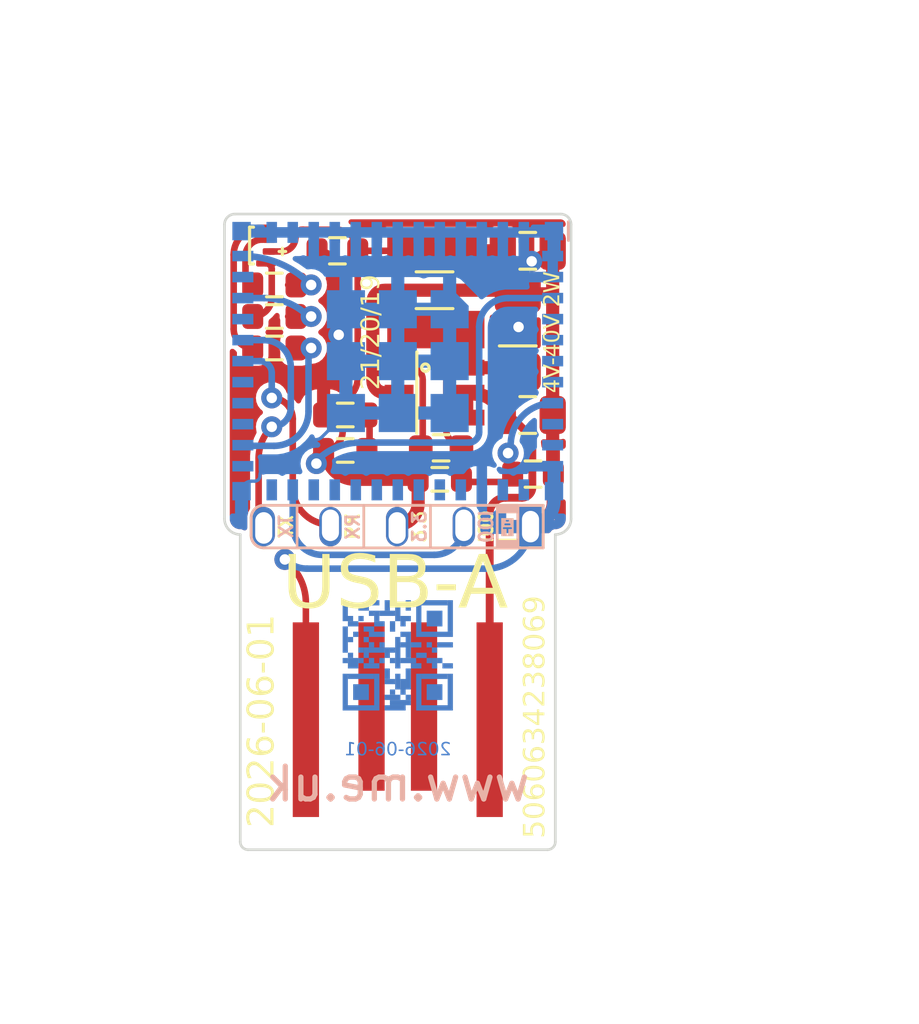
<source format=kicad_pcb>
(kicad_pcb (version 20221018) (generator pcbnew)
  (title_block (title "Generic ESP32 USB-A") (rev "1") (comment 1 "www.me.uk") (comment 2 "@TheRealRevK"))
  (layers (0 "F.Cu" signal) (31 "B.Cu" signal) (34 "B.Paste" user) (35 "F.Paste" user) (36 "B.SilkS" user "B.Silkscreen") (37 "F.SilkS" user "F.Silkscreen") (38 "B.Mask" user) (39 "F.Mask" user) (44 "Edge.Cuts" user))
  (property "DATE" "2023-06-01")
  (net 0 "")
  (net 1 "Net-(D1-BK)")
  (net 2 "GND")
  (net 3 "Net-(D1-RK)")
  (net 4 "Net-(D1-GK)")
  (net 5 "O")
  (net 6 "I")
  (net 9 "Net-(U2-FB)")
  (net 12 "EN")
  (net 13 "GPIO0")
  (net 16 "CHARGER")
  (net 18 "R")
  (net 19 "G")
  (net 20 "B")
  (net 34 "+3.3V")
  (net 39 "DC")
  (footprint "RevK:R_0603" (layer "F.Cu") (at 116.8 110.7)
    (fp_text reference "R3" hide)
    (fp_text value "100R")
    (fp_line (start -0.3 -0.45) (end 0.3 -0.45) (stroke (width 0.12)) (layer "F.SilkS"))
    (fp_line (start -0.3 0.45) (end 0.3 0.45) (stroke (width 0.12)) (layer "F.SilkS"))
    (pad "1" smd roundrect (at -0.825 0) (size 0.8 0.95) (layers "F.Cu" "F.Paste" "F.Mask") (net 1 "Net-(D1-BK)"))
    (pad "2" smd roundrect (at 0.825 0) (size 0.8 0.95) (layers "F.Cu" "F.Paste" "F.Mask") (net 20 "B"))
  )
  (footprint "RevK:MHS190RGBCT" (layer "F.Cu") (at 116.605 108 90)
    (fp_text reference "D1" hide)
    (fp_text value "LED_BARG" hide)
    (fp_line (start -0.7 -0.75) (end 0.7 -0.75) (stroke (width 0.12)) (layer "F.SilkS"))
    (fp_line (start -0.7 -0.6) (end -0.7 -0.75) (stroke (width 0.12)) (layer "F.SilkS"))
    (fp_line (start -0.35 0.5) (end -0.1 0.5) (stroke (width 0.12)) (layer "F.SilkS"))
    (fp_line (start -0.225 0.625) (end -0.225 0.375) (stroke (width 0.12)) (layer "F.SilkS"))
    (fp_line (start 0.7 -0.75) (end 0.7 -0.6) (stroke (width 0.12)) (layer "F.SilkS"))
    (pad "1" smd roundrect (at -0.675 -0.125 90) (size 0.25 0.75) (layers "F.Cu" "F.Paste" "F.Mask") (net 1 "Net-(D1-BK)"))
    (pad "2" smd roundrect (at -0.225 0 90) (size 0.25 0.5) (layers "F.Cu" "F.Paste" "F.Mask") (net 34 "+3.3V"))
    (pad "3" smd roundrect (at 0.225 0 90) (size 0.25 0.5) (layers "F.Cu" "F.Paste" "F.Mask") (net 3 "Net-(D1-RK)"))
    (pad "4" smd roundrect (at 0.675 -0.125 90) (size 0.25 0.75) (layers "F.Cu" "F.Paste" "F.Mask") (net 4 "Net-(D1-GK)"))
  )
  (footprint "RevK:R_0603" (layer "F.Cu") (at 116.8 109.5)
    (fp_text reference "R1" hide)
    (fp_text value "300R")
    (fp_line (start -0.3 -0.45) (end 0.3 -0.45) (stroke (width 0.12)) (layer "F.SilkS"))
    (fp_line (start -0.3 0.45) (end 0.3 0.45) (stroke (width 0.12)) (layer "F.SilkS"))
    (pad "1" smd roundrect (at -0.825 0) (size 0.8 0.95) (layers "F.Cu" "F.Paste" "F.Mask") (net 3 "Net-(D1-RK)"))
    (pad "2" smd roundrect (at 0.825 0) (size 0.8 0.95) (layers "F.Cu" "F.Paste" "F.Mask") (net 18 "R"))
  )
  (footprint "RevK:R_0603" (layer "F.Cu") (at 116.8 111.9)
    (fp_text reference "R2" hide)
    (fp_text value "1K")
    (fp_line (start -0.3 -0.45) (end 0.3 -0.45) (stroke (width 0.12)) (layer "F.SilkS"))
    (fp_line (start -0.3 0.45) (end 0.3 0.45) (stroke (width 0.12)) (layer "F.SilkS"))
    (pad "1" smd roundrect (at -0.825 0) (size 0.8 0.95) (layers "F.Cu" "F.Paste" "F.Mask") (net 4 "Net-(D1-GK)"))
    (pad "2" smd roundrect (at 0.825 0) (size 0.8 0.95) (layers "F.Cu" "F.Paste" "F.Mask") (net 19 "G"))
  )
  (footprint "RevK:C_0805_" (layer "F.Cu") (at 126.45 108.2 180)
    (fp_text reference "C3" hide)
    (fp_text value "10uF")
    (fp_line (start -0.3 -0.7) (end 0.3 -0.7) (stroke (width 0.12)) (layer "F.SilkS"))
    (fp_line (start -0.3 0.7) (end 0.3 0.7) (stroke (width 0.12)) (layer "F.SilkS"))
  )
  (footprint "RevK:D_1206_" (layer "F.Cu") (at 126.07 111.32 90)
    (fp_text reference "D2" hide)
    (fp_text value "Schottky")
    (fp_line (start -0.5 -0.7) (end -0.5 0.7) (stroke (width 0.12)) (layer "F.SilkS"))
  )
  (footprint "RevK:L_4x4_" (layer "F.Cu") (at 122.9 109.7 -90)
    (fp_text reference "L1" hide)
    (fp_text value "6.8uH")
    (fp_line (start -0.7 -0.7) (end -0.7 0.7) (stroke (width 0.12)) (layer "F.SilkS"))
    (fp_line (start 0.7 -0.7) (end 0.7 0.7) (stroke (width 0.12)) (layer "F.SilkS"))
  )
  (footprint "RevK:C_0805_" (layer "F.Cu") (at 126.45 114.45)
    (fp_text reference "C2" hide)
    (fp_text value "2.2uF")
    (fp_line (start -0.3 -0.7) (end 0.3 -0.7) (stroke (width 0.12)) (layer "F.SilkS"))
    (fp_line (start -0.3 0.7) (end 0.3 0.7) (stroke (width 0.12)) (layer "F.SilkS"))
  )
  (footprint "RevK:USB-A-PCB" (layer "F.Cu") (at 121.5 131)
    (fp_text reference "J1" hide)
    (fp_text value "USB_A")
    (fp_line (start -6 -12) (end -6 -0.3) (stroke (width 0.1)) (layer "Edge.Cuts"))
    (fp_line (start -5.7 0) (end 5.7 0) (stroke (width 0.1)) (layer "Edge.Cuts"))
    (fp_line (start 6 -0.3) (end 6 -12) (stroke (width 0.1)) (layer "Edge.Cuts"))
    (fp_arc (start -5.7 0) (mid -5.912132 -0.087868) (end -6 -0.3) (stroke (width 0.1)) (layer "Edge.Cuts"))
    (fp_arc (start 6 -0.3) (mid 5.912132 -0.087868) (end 5.7 0) (stroke (width 0.1)) (layer "Edge.Cuts"))
    (pad "1" smd rect (at 3.5 -4.95) (size 1 7.41) (layers "F.Cu" "F.Mask") (net 39 "DC"))
    (pad "2" smd rect (at 1 -5.45) (size 1 6.41) (layers "F.Cu" "F.Mask"))
    (pad "3" smd rect (at -1 -5.45) (size 1 6.41) (layers "F.Cu" "F.Mask"))
    (pad "4" smd rect (at -3.5 -4.95) (size 1 7.41) (layers "F.Cu" "F.Mask") (net 2 "GND"))
  )
  (footprint "RevK:C_0603" (layer "F.Cu") (at 119.2 108.2 180)
    (fp_text reference "C4" hide)
    (fp_text value "100nF")
    (fp_line (start -0.3 -0.5) (end 0.3 -0.5) (stroke (width 0.12)) (layer "F.SilkS"))
    (fp_line (start -0.3 0.5) (end 0.3 0.5) (stroke (width 0.12)) (layer "F.SilkS"))
    (pad "1" smd roundrect (at -0.775 0 180) (size 0.8 0.95) (layers "F.Cu" "F.Paste" "F.Mask") (net 34 "+3.3V"))
    (pad "2" smd roundrect (at 0.775 0 180) (size 0.8 0.95) (layers "F.Cu" "F.Paste" "F.Mask") (net 2 "GND"))
  )
  (footprint "RevK:C_0603_" (layer "F.Cu") (at 123.15 115.7)
    (fp_text reference "C1" hide)
    (fp_text value "100nF")
    (fp_line (start -0.3 -0.5) (end 0.3 -0.5) (stroke (width 0.12)) (layer "F.SilkS"))
    (fp_line (start -0.3 0.5) (end 0.3 0.5) (stroke (width 0.12)) (layer "F.SilkS"))
  )
  (footprint "RevK:R_0603" (layer "F.Cu") (at 119.5 114.45)
    (fp_text reference "R5" hide)
    (fp_text value "30k 1%")
    (fp_line (start -0.3 -0.45) (end 0.3 -0.45) (stroke (width 0.12)) (layer "F.SilkS"))
    (fp_line (start -0.3 0.45) (end 0.3 0.45) (stroke (width 0.12)) (layer "F.SilkS"))
    (pad "1" smd roundrect (at -0.825 0) (size 0.8 0.95) (layers "F.Cu" "F.Paste" "F.Mask") (net 2 "GND"))
    (pad "2" smd roundrect (at 0.825 0) (size 0.8 0.95) (layers "F.Cu" "F.Paste" "F.Mask") (net 9 "Net-(U2-FB)"))
  )
  (footprint "RevK:SOT-23-Thin-6-Reg" (layer "F.Cu") (at 122.9 113.6 90)
    (fp_text reference "U2" hide)
    (fp_text value "LMR16006YDDCR")
    (fp_text user "4V-40V 2W" (at 2.3 4.5 90 unlocked) (layer "F.SilkS") (effects (font (size 0.6 0.6) (thickness 0.125))))
    (fp_line (start -1.55 -0.675) (end 1.55 -0.675) (stroke (width 0.12)) (layer "F.SilkS"))
    (fp_circle (center 0.95 -0.35) (end 1.05 -0.25) (stroke (width 0.12)) (fill none) (layer "F.SilkS"))
    (pad "1" smd roundrect (at -2.1 -0.525 180) (size 0.9 0.95) (layers "F.Cu" "F.Paste" "F.Mask") (clearance 0.2))
    (pad "1" smd custom (at -0.8 -0.45 90) (size 2.6 0.25) (layers "F.Cu") (clearance 0.2) (options (clearance outline) (anchor rect)) (primitives (gr_arc (start 1.75 -0.45) (mid 1.618198 -0.131802) (end 1.3 0) (width 0.25))))
    (pad "1" smd rect (at 0.95 -1.35 180) (size 1.1 0.6) (layers "F.Cu" "F.Paste" "F.Mask") (clearance 0.2))
    (pad "2" smd custom (at -1.1 4.5 90) (size 0.1 0.1) (layers "F.Cu") (net 2 "GND") (clearance 0.2) (options (clearance outline) (anchor rect)) (primitives (gr_line (start 0 0) (end 6.6 0) (width 0.4999)) (gr_line (start 4.8625 0) (end 4.8625 -1.6) (width 0.4999)) (gr_line (start 5 -1.6) (end 5 -6.4) (width 0.4999)) (gr_arc (start 4.55 -6.85) (mid 4.868198 -6.718198) (end 5 -6.4) (width 0.4999)) (gr_line (start 4.55 -6.85) (end 1.55 -6.85) (width 0.4999)) (gr_arc (start 1.1 -6.4) (mid 1.231802 -6.718198) (end 1.55 -6.85) (width 0.4999)) (gr_line (start 1.1 -6.4) (end 1.1 -5.9) (width 0.4999))))
    (pad "2" smd roundrect (at -0.85 4.5) (size 1 1.45) (layers "F.Cu" "F.Paste" "F.Mask") (net 2 "GND"))
    (pad "2" smd rect (at 0 -1.35 180) (size 1.1 0.6) (layers "F.Cu" "F.Paste" "F.Mask") (net 2 "GND") (clearance 0.2))
    (pad "2" smd roundrect (at 3.7625 3.17 90) (size 1.425 1.75) (layers "F.Cu" "F.Paste" "F.Mask") (roundrect_rratio 0.175) (net 2 "GND") (clearance 0.2))
    (pad "2" smd roundrect (at 5.4 4.5) (size 1 1.45) (layers "F.Cu" "F.Paste" "F.Mask") (net 2 "GND"))
    (pad "3" smd rect (at -0.95 -1.35 180) (size 1.1 0.6) (layers "F.Cu" "F.Paste" "F.Mask") (net 9 "Net-(U2-FB)") (clearance 0.2))
    (pad "4" smd rect (at -0.95 1.35 180) (size 1.1 0.6) (layers "F.Cu" "F.Paste" "F.Mask") (net 39 "DC") (clearance 0.2))
    (pad "5" smd custom (at -1.06 2.55 90) (size 0.1 0.1) (layers "F.Cu") (net 39 "DC") (options (clearance outline) (anchor rect)) (primitives (gr_arc (start 1 -1) (mid 0.707723 -0.29351) (end 0.001745 -0.000002) (width 0.5))))
    (pad "5" smd roundrect (at -0.85 2.6) (size 1 1.45) (layers "F.Cu" "F.Paste" "F.Mask") (net 39 "DC") (clearance 0.2))
    (pad "5" smd rect (at 0 1.35 180) (size 1.1 0.6) (layers "F.Cu" "F.Paste" "F.Mask") (net 39 "DC") (clearance 0.2))
    (pad "6" smd roundrect (at -2.1 1.025 180) (size 0.9 0.95) (layers "F.Cu" "F.Paste" "F.Mask") (clearance 0.2))
    (pad "6" smd custom (at -0.475 0.45 90) (size 1.95 0.25) (layers "F.Cu") (clearance 0.2) (options (clearance outline) (anchor rect)) (primitives (gr_arc (start 0.975 0) (mid 1.293198 0.131802) (end 1.425 0.45) (width 0.25)) (gr_arc (start -1.425 0.45) (mid -1.293198 0.131802) (end -0.975 0) (width 0.25))))
    (pad "6" smd roundrect (at 0.7975 3.17 90) (size 1.425 1.75) (layers "F.Cu" "F.Paste" "F.Mask") (roundrect_rratio 0.175) (clearance 0.2))
    (pad "6" smd rect (at 0.95 1.35 180) (size 1.1 0.6) (layers "F.Cu" "F.Paste" "F.Mask") (clearance 0.2))
    (pad "6" smd rect (at 0.95 2.3 180) (size 2 0.5) (layers "F.Cu") (clearance 0.2))
    (pad "6" smd rect (at 1.9 1.35 90) (size 2 0.5) (layers "F.Cu") (clearance 0.2))
    (pad "6" smd rect (at 2.4 0.05 180) (size 3.7 1.425) (layers "F.Cu" "F.Mask") (clearance 0.2))
    (pad "7" smd rect (at 5.4 0.05 180) (size 3.7 1.425) (layers "F.Cu" "F.Mask") (net 34 "+3.3V"))
    (pad "7" smd rect (at 5.4 0.8 90) (size 0.5 4) (layers "F.Cu") (net 34 "+3.3V"))
    (pad "7" smd roundrect (at 5.4 2.6) (size 1 1.45) (layers "F.Cu" "F.Paste" "F.Mask") (net 34 "+3.3V") (clearance 0.2))
  )
  (footprint "RevK:R_0603" (layer "F.Cu") (at 119.5 115.8)
    (fp_text reference "R4" hide)
    (fp_text value "100k 1%")
    (fp_line (start -0.3 -0.45) (end 0.3 -0.45) (stroke (width 0.12)) (layer "F.SilkS"))
    (fp_line (start -0.3 0.45) (end 0.3 0.45) (stroke (width 0.12)) (layer "F.SilkS"))
    (pad "1" smd roundrect (at -0.825 0) (size 0.8 0.95) (layers "F.Cu" "F.Paste" "F.Mask") (net 34 "+3.3V"))
    (pad "2" smd roundrect (at 0.825 0) (size 0.8 0.95) (layers "F.Cu" "F.Paste" "F.Mask") (net 9 "Net-(U2-FB)"))
  )
  (footprint "RevK:C_0603" (layer "F.Cu") (at 126.65 116.7 180)
    (fp_text reference "C5" hide)
    (fp_text value "1uF")
    (fp_line (start -0.3 -0.5) (end 0.3 -0.5) (stroke (width 0.12)) (layer "F.SilkS"))
    (fp_line (start -0.3 0.5) (end 0.3 0.5) (stroke (width 0.12)) (layer "F.SilkS"))
    (pad "1" smd roundrect (at -0.775 0 180) (size 0.8 0.95) (layers "F.Cu" "F.Paste" "F.Mask") (net 2 "GND"))
    (pad "2" smd roundrect (at 0.775 0 180) (size 0.8 0.95) (layers "F.Cu" "F.Paste" "F.Mask") (net 12 "EN"))
  )
  (footprint "RevK:R_0603" (layer "F.Cu") (at 123.1 116.9)
    (fp_text reference "R6" hide)
    (fp_text value "10k")
    (fp_line (start -0.3 -0.45) (end 0.3 -0.45) (stroke (width 0.12)) (layer "F.SilkS"))
    (fp_line (start -0.3 0.45) (end 0.3 0.45) (stroke (width 0.12)) (layer "F.SilkS"))
    (pad "1" smd roundrect (at -0.825 0) (size 0.8 0.95) (layers "F.Cu" "F.Paste" "F.Mask") (net 34 "+3.3V"))
    (pad "2" smd roundrect (at 0.825 0) (size 0.8 0.95) (layers "F.Cu" "F.Paste" "F.Mask") (net 12 "EN"))
  )
  (footprint "RevK:ESP32-PICO-MINI-02" (layer "B.Cu") (at 121.5 112.4 180)
    (fp_text reference "U1" hide)
    (fp_text value "ESP32-PICO-MINI-02")
    (fp_line (start -6.5 5.3) (end -6.5 4.6) (stroke (width 0.12)) (layer "B.SilkS"))
    (pad "1" smd rect (at -5.9 4 180) (size 0.8 0.4) (layers "B.Cu" "B.Paste" "B.Mask") (net 2 "GND"))
    (pad "2" smd rect (at -5.9 3.2 180) (size 0.8 0.4) (layers "B.Cu" "B.Paste" "B.Mask") (net 2 "GND"))
    (pad "3" smd rect (at -5.9 2.4 180) (size 0.8 0.4) (layers "B.Cu" "B.Paste" "B.Mask") (net 34 "+3.3V"))
    (pad "4" smd rect (at -5.9 1.6 180) (size 0.8 0.4) (layers "B.Cu" "B.Paste" "B.Mask"))
    (pad "5" smd rect (at -5.9 0.8 180) (size 0.8 0.4) (layers "B.Cu" "B.Paste" "B.Mask"))
    (pad "6" smd rect (at -5.9 0 180) (size 0.8 0.4) (layers "B.Cu" "B.Paste" "B.Mask"))
    (pad "7" smd rect (at -5.9 -0.8 180) (size 0.8 0.4) (layers "B.Cu" "B.Paste" "B.Mask"))
    (pad "8" smd rect (at -5.9 -1.6 180) (size 0.8 0.4) (layers "B.Cu" "B.Paste" "B.Mask") (net 12 "EN"))
    (pad "9" smd rect (at -5.9 -2.4 180) (size 0.8 0.4) (layers "B.Cu" "B.Paste" "B.Mask"))
    (pad "10" smd rect (at -5.9 -3.2 180) (size 0.8 0.4) (layers "B.Cu" "B.Paste" "B.Mask"))
    (pad "11" smd rect (at -5.9 -4 180) (size 0.8 0.4) (layers "B.Cu" "B.Paste" "B.Mask") (net 2 "GND"))
    (pad "12" smd rect (at -4.8 -4.9 180) (size 0.4 0.8) (layers "B.Cu" "B.Paste" "B.Mask"))
    (pad "13" smd rect (at -4 -4.9 180) (size 0.4 0.8) (layers "B.Cu" "B.Paste" "B.Mask"))
    (pad "14" smd rect (at -3.2 -4.9 180) (size 0.4 0.8) (layers "B.Cu" "B.Paste" "B.Mask") (net 2 "GND"))
    (pad "15" smd rect (at -2.4 -4.9 180) (size 0.4 0.8) (layers "B.Cu" "B.Paste" "B.Mask"))
    (pad "16" smd rect (at -1.6 -4.9 180) (size 0.4 0.8) (layers "B.Cu" "B.Paste" "B.Mask"))
    (pad "17" smd rect (at -0.8 -4.9 180) (size 0.4 0.8) (layers "B.Cu" "B.Paste" "B.Mask"))
    (pad "18" smd rect (at 0 -4.9 180) (size 0.4 0.8) (layers "B.Cu" "B.Paste" "B.Mask"))
    (pad "19" smd rect (at 0.8 -4.9 180) (size 0.4 0.8) (layers "B.Cu" "B.Paste" "B.Mask"))
    (pad "20" smd rect (at 1.6 -4.9 180) (size 0.4 0.8) (layers "B.Cu" "B.Paste" "B.Mask"))
    (pad "21" smd rect (at 2.4 -4.9 180) (size 0.4 0.8) (layers "B.Cu" "B.Paste" "B.Mask"))
    (pad "22" smd rect (at 3.2 -4.9 180) (size 0.4 0.8) (layers "B.Cu" "B.Paste" "B.Mask"))
    (pad "23" smd rect (at 4 -4.9 180) (size 0.4 0.8) (layers "B.Cu" "B.Paste" "B.Mask") (net 13 "GPIO0"))
    (pad "24" smd rect (at 4.8 -4.9 180) (size 0.4 0.8) (layers "B.Cu" "B.Paste" "B.Mask"))
    (pad "25" smd rect (at 5.9 -4 180) (size 0.8 0.4) (layers "B.Cu" "B.Paste" "B.Mask"))
    (pad "26" smd rect (at 5.9 -3.2 180) (size 0.8 0.4) (layers "B.Cu" "B.Paste" "B.Mask") (net 19 "G"))
    (pad "27" smd rect (at 5.9 -2.4 180) (size 0.8 0.4) (layers "B.Cu" "B.Paste" "B.Mask"))
    (pad "28" smd rect (at 5.9 -1.6 180) (size 0.8 0.4) (layers "B.Cu" "B.Paste" "B.Mask"))
    (pad "29" smd rect (at 5.9 -0.8 180) (size 0.8 0.4) (layers "B.Cu" "B.Paste" "B.Mask"))
    (pad "30" smd rect (at 5.9 0 180) (size 0.8 0.4) (layers "B.Cu" "B.Paste" "B.Mask") (net 6 "I"))
    (pad "31" smd rect (at 5.9 0.8 180) (size 0.8 0.4) (layers "B.Cu" "B.Paste" "B.Mask") (net 5 "O"))
    (pad "32" smd rect (at 5.9 1.6 180) (size 0.8 0.4) (layers "B.Cu" "B.Paste" "B.Mask"))
    (pad "33" smd rect (at 5.9 2.4 180) (size 0.8 0.4) (layers "B.Cu" "B.Paste" "B.Mask") (net 20 "B"))
    (pad "34" smd rect (at 5.9 3.2 180) (size 0.8 0.4) (layers "B.Cu" "B.Paste" "B.Mask") (net 16 "CHARGER"))
    (pad "35" smd rect (at 5.9 4 180) (size 0.8 0.4) (layers "B.Cu" "B.Paste" "B.Mask") (net 18 "R"))
    (pad "36" smd rect (at 4.8 4.9 180) (size 0.4 0.8) (layers "B.Cu" "B.Paste" "B.Mask") (net 2 "GND"))
    (pad "37" smd rect (at 4 4.9 180) (size 0.4 0.8) (layers "B.Cu" "B.Paste" "B.Mask") (net 2 "GND"))
    (pad "38" smd rect (at 3.2 4.9 180) (size 0.4 0.8) (layers "B.Cu" "B.Paste" "B.Mask") (net 2 "GND"))
    (pad "39" smd rect (at 2.4 4.9 180) (size 0.4 0.8) (layers "B.Cu" "B.Paste" "B.Mask") (net 2 "GND"))
    (pad "40" smd rect (at 1.6 4.9 180) (size 0.4 0.8) (layers "B.Cu" "B.Paste" "B.Mask") (net 2 "GND"))
    (pad "41" smd rect (at 0.8 4.9 180) (size 0.4 0.8) (layers "B.Cu" "B.Paste" "B.Mask") (net 2 "GND"))
    (pad "42" smd rect (at 0 4.9 180) (size 0.4 0.8) (layers "B.Cu" "B.Paste" "B.Mask") (net 2 "GND"))
    (pad "43" smd rect (at -0.8 4.9 180) (size 0.4 0.8) (layers "B.Cu" "B.Paste" "B.Mask") (net 2 "GND"))
    (pad "44" smd rect (at -1.6 4.9 180) (size 0.4 0.8) (layers "B.Cu" "B.Paste" "B.Mask") (net 2 "GND"))
    (pad "45" smd rect (at -2.4 4.9 180) (size 0.4 0.8) (layers "B.Cu" "B.Paste" "B.Mask") (net 2 "GND"))
    (pad "46" smd rect (at -3.2 4.9 180) (size 0.4 0.8) (layers "B.Cu" "B.Paste" "B.Mask") (net 2 "GND"))
    (pad "47" smd rect (at -4 4.9 180) (size 0.4 0.8) (layers "B.Cu" "B.Paste" "B.Mask") (net 2 "GND"))
    (pad "48" smd rect (at -4.8 4.9 180) (size 0.4 0.8) (layers "B.Cu" "B.Paste" "B.Mask") (net 2 "GND"))
    (pad "49" smd rect (at -1.975 -1.975 180) (size 1.45 1.45) (layers "B.Cu" "B.Paste" "B.Mask") (net 2 "GND"))
    (pad "49" smd rect (at -1.975 0 180) (size 1.45 1.45) (layers "B.Cu" "B.Paste" "B.Mask") (net 2 "GND"))
    (pad "49" smd roundrect (at -1.975 1.975 180) (size 1.45 1.45) (layers "B.Cu" "B.Paste" "B.Mask") (roundrect_rratio 0) (chamfer_ratio 0.41) (chamfer bottom_left) (net 2 "GND"))
    (pad "49" smd rect (at 0 -1.975 180) (size 1.45 1.45) (layers "B.Cu" "B.Paste" "B.Mask") (net 2 "GND"))
    (pad "49" smd rect (at 0 0 180) (size 1.45 1.45) (layers "B.Cu" "B.Paste" "B.Mask") (net 2 "GND"))
    (pad "49" smd rect (at 0 1.975 180) (size 1.45 1.45) (layers "B.Cu" "B.Paste" "B.Mask") (net 2 "GND"))
    (pad "49" smd rect (at 1.975 -1.975 180) (size 1.45 1.45) (layers "B.Cu" "B.Paste" "B.Mask") (net 2 "GND"))
    (pad "49" smd rect (at 1.975 0 180) (size 1.45 1.45) (layers "B.Cu" "B.Paste" "B.Mask") (net 2 "GND"))
    (pad "49" smd rect (at 1.975 1.975 180) (size 1.45 1.45) (layers "B.Cu" "B.Paste" "B.Mask") (net 2 "GND"))
    (pad "50" smd rect (at 5.95 4.95 180) (size 0.7 0.7) (layers "B.Cu" "B.Paste" "B.Mask") (net 2 "GND"))
    (pad "51" smd rect (at 5.95 -4.95 180) (size 0.7 0.7) (layers "B.Cu" "B.Paste" "B.Mask") (net 2 "GND"))
    (pad "52" smd rect (at -5.95 -4.95 180) (size 0.7 0.7) (layers "B.Cu" "B.Paste" "B.Mask") (net 2 "GND"))
    (pad "53" smd rect (at -5.95 4.95 180) (size 0.7 0.7) (layers "B.Cu" "B.Paste" "B.Mask") (net 2 "GND"))
    (zone (net 0) (net_name "") (layer "F.Cu") (connect_pads (clearance 0)) (min_thickness 0.01)
      (keepout (tracks not_allowed) (vias not_allowed) (pads not_allowed) (copperpour not_allowed) (footprints allowed))
      (fill (thermal_gap 0.508) (thermal_bridge_width 0.508))
      (polygon (pts (xy 128.1 101.4) (xy 114.9 101.4) (xy 114.9 106.8) (xy 128.1 106.8)))
    )
    (zone (net 0) (net_name "") (layer "B.Cu") (connect_pads (clearance 0)) (min_thickness 0.01)
      (keepout (tracks not_allowed) (vias not_allowed) (pads not_allowed) (copperpour not_allowed) (footprints allowed))
      (fill (thermal_gap 0.508) (thermal_bridge_width 0.508))
      (polygon (pts (xy 128.1 101.4) (xy 114.9 101.4) (xy 114.9 106.8) (xy 128.1 106.8)))
    )
  )
  (footprint "RevK:QR-GENERIC" (layer "B.Cu") (at 121.5 123.6 180)
    (fp_text reference "U4" hide)
    (fp_text value "QR" hide)
    (fp_text user "${CURRENT_DATE}" (at 0 -3.6) (layer "B.Cu") (effects (font (size 0.5 0.5) (thickness 0.1)) (justify mirror)))
    (pad "-" smd rect (at -2 -1.3 180) (size 0.2 1.2) (layers "B.Cu") (clearance 0.2))
    (pad "-" smd rect (at -2 1.5 180) (size 0.2 1.2) (layers "B.Cu") (clearance 0.2))
    (pad "-" smd rect (at -1.9 -0.4 180) (size 0.4 0.2) (layers "B.Cu") (clearance 0.2))
    (pad "-" smd rect (at -1.8 0.4 180) (size 0.6 0.2) (layers "B.Cu") (clearance 0.2))
    (pad "-" smd rect (at -1.6 -0.2 180) (size 0.2 0.2) (layers "B.Cu") (clearance 0.2))
    (pad "-" smd rect (at -1.4 -2 180) (size 1.4 0.2) (layers "B.Cu") (clearance 0.2))
    (pad "-" smd rect (at -1.4 -1.4 180) (size 0.6 0.6) (layers "B.Cu") (clearance 0.2))
    (pad "-" smd rect (at -1.4 -0.8 180) (size 1 0.2) (layers "B.Cu") (clearance 0.2))
    (pad "-" smd rect (at -1.4 -0.3 180) (size 0.2 0.4) (layers "B.Cu") (clearance 0.2))
    (pad "-" smd rect (at -1.4 0.2 180) (size 0.2 0.2) (layers "B.Cu") (clearance 0.2))
    (pad "-" smd rect (at -1.4 0.8 180) (size 1.4 0.2) (layers "B.Cu") (clearance 0.2))
    (pad "-" smd rect (at -1.4 1.4 180) (size 0.6 0.6) (layers "B.Cu") (clearance 0.2))
    (pad "-" smd rect (at -1.4 2 180) (size 1 0.2) (layers "B.Cu") (clearance 0.2))
    (pad "-" smd rect (at -1.2 -0.2 180) (size 0.2 0.2) (layers "B.Cu") (clearance 0.2))
    (pad "-" smd rect (at -1.2 0.4 180) (size 0.2 0.2) (layers "B.Cu") (clearance 0.2))
    (pad "-" smd rect (at -0.9 0 180) (size 0.4 0.2) (layers "B.Cu") (clearance 0.2))
    (pad "-" smd rect (at -0.8 -1.3 180) (size 0.2 1.2) (layers "B.Cu") (clearance 0.2))
    (pad "-" smd rect (at -0.8 1.5 180) (size 0.2 1.2) (layers "B.Cu") (clearance 0.2))
    (pad "-" smd rect (at -0.7 -0.4 180) (size 0.4 0.2) (layers "B.Cu") (clearance 0.2))
    (pad "-" smd rect (at -0.7 0.4 180) (size 0.4 0.2) (layers "B.Cu") (clearance 0.2))
    (pad "-" smd rect (at -0.4 -1.6 180) (size 0.2 0.2) (layers "B.Cu") (clearance 0.2))
    (pad "-" smd rect (at -0.4 -0.9 180) (size 0.2 0.8) (layers "B.Cu") (clearance 0.2))
    (pad "-" smd rect (at -0.4 -0.2 180) (size 0.6 0.2) (layers "B.Cu") (clearance 0.2))
    (pad "-" smd rect (at -0.4 0.4 180) (size 0.2 1) (layers "B.Cu") (clearance 0.2))
    (pad "-" smd rect (at -0.4 1.4 180) (size 0.2 0.2) (layers "B.Cu") (clearance 0.2))
    (pad "-" smd rect (at -0.4 1.9 180) (size 0.2 0.4) (layers "B.Cu") (clearance 0.2))
    (pad "-" smd rect (at -0.2 -1.2 180) (size 0.2 0.6) (layers "B.Cu") (clearance 0.2))
    (pad "-" smd rect (at -0.2 0.4 180) (size 0.2 0.2) (layers "B.Cu") (clearance 0.2))
    (pad "-" smd rect (at -0.2 0.8 180) (size 0.2 0.2) (layers "B.Cu") (clearance 0.2))
    (pad "-" smd rect (at -0.2 1.3 180) (size 0.2 0.4) (layers "B.Cu") (clearance 0.2))
    (pad "-" smd rect (at -0.1 -1.8 180) (size 0.8 0.2) (layers "B.Cu") (clearance 0.2))
    (pad "-" smd rect (at 0 -1 180) (size 0.2 0.6) (layers "B.Cu") (clearance 0.2))
    (pad "-" smd rect (at 0 0.1 180) (size 0.2 1.2) (layers "B.Cu") (clearance 0.2))
    (pad "-" smd rect (at 0 1.6 180) (size 0.2 0.6) (layers "B.Cu") (clearance 0.2))
    (pad "-" smd rect (at 0.1 -2 180) (size 0.8 0.2) (layers "B.Cu") (clearance 0.2))
    (pad "-" smd rect (at 0.2 -1.6 180) (size 0.6 0.2) (layers "B.Cu") (clearance 0.2))
    (pad "-" smd rect (at 0.2 -1.4 180) (size 0.2 0.2) (layers "B.Cu") (clearance 0.2))
    (pad "-" smd rect (at 0.2 -0.2 180) (size 0.2 0.2) (layers "B.Cu") (clearance 0.2))
    (pad "-" smd rect (at 0.2 0.2 180) (size 0.2 0.2) (layers "B.Cu") (clearance 0.2))
    (pad "-" smd rect (at 0.2 1.1 180) (size 0.2 0.4) (layers "B.Cu") (clearance 0.2))
    (pad "-" smd rect (at 0.2 2 180) (size 0.2 0.2) (layers "B.Cu") (clearance 0.2))
    (pad "-" smd rect (at 0.3 -1 180) (size 0.4 0.2) (layers "B.Cu") (clearance 0.2))
    (pad "-" smd rect (at 0.4 -0.7 180) (size 0.2 0.4) (layers "B.Cu") (clearance 0.2))
    (pad "-" smd rect (at 0.4 0.1 180) (size 0.2 0.4) (layers "B.Cu") (clearance 0.2))
    (pad "-" smd rect (at 0.4 1.6 180) (size 0.6 0.2) (layers "B.Cu") (clearance 0.2))
    (pad "-" smd rect (at 0.4 1.9 180) (size 0.2 0.4) (layers "B.Cu") (clearance 0.2))
    (pad "-" smd rect (at 0.6 -0.2 180) (size 0.2 0.2) (layers "B.Cu") (clearance 0.2))
    (pad "-" smd rect (at 0.6 0.4 180) (size 0.2 0.2) (layers "B.Cu") (clearance 0.2))
    (pad "-" smd rect (at 0.7 1.2 180) (size 0.4 0.2) (layers "B.Cu") (clearance 0.2))
    (pad "-" smd rect (at 0.8 -1.3 180) (size 0.2 1.2) (layers "B.Cu") (clearance 0.2))
    (pad "-" smd rect (at 0.8 0.2 180) (size 0.6 0.2) (layers "B.Cu") (clearance 0.2))
    (pad "-" smd rect (at 0.8 0.8 180) (size 0.6 0.2) (layers "B.Cu") (clearance 0.2))
    (pad "-" smd rect (at 0.8 1.5 180) (size 0.2 0.4) (layers "B.Cu") (clearance 0.2))
    (pad "-" smd rect (at 0.9 2 180) (size 0.4 0.2) (layers "B.Cu") (clearance 0.2))
    (pad "-" smd rect (at 1 -0.4 180) (size 0.6 0.2) (layers "B.Cu") (clearance 0.2))
    (pad "-" smd rect (at 1 -0.2 180) (size 0.2 0.2) (layers "B.Cu") (clearance 0.2))
    (pad "-" smd rect (at 1 0.4 180) (size 0.2 0.2) (layers "B.Cu") (clearance 0.2))
    (pad "-" smd rect (at 1 1.6 180) (size 0.2 0.2) (layers "B.Cu") (clearance 0.2))
    (pad "-" smd rect (at 1.1 1 180) (size 0.4 0.2) (layers "B.Cu") (clearance 0.2))
    (pad "-" smd rect (at 1.2 0.1 180) (size 0.2 0.4) (layers "B.Cu") (clearance 0.2))
    (pad "-" smd rect (at 1.2 0.6 180) (size 0.2 0.2) (layers "B.Cu") (clearance 0.2))
    (pad "-" smd rect (at 1.3 1.8 180) (size 0.4 0.2) (layers "B.Cu") (clearance 0.2))
    (pad "-" smd rect (at 1.4 -2 180) (size 1.4 0.2) (layers "B.Cu") (clearance 0.2))
    (pad "-" smd rect (at 1.4 -1.4 180) (size 0.6 0.6) (layers "B.Cu") (clearance 0.2))
    (pad "-" smd rect (at 1.4 -0.8 180) (size 1 0.2) (layers "B.Cu") (clearance 0.2))
    (pad "-" smd rect (at 1.4 -0.2 180) (size 0.2 0.2) (layers "B.Cu") (clearance 0.2))
    (pad "-" smd rect (at 1.4 0.2 180) (size 0.2 0.2) (layers "B.Cu") (clearance 0.2))
    (pad "-" smd rect (at 1.4 1.4 180) (size 0.2 0.2) (layers "B.Cu") (clearance 0.2))
    (pad "-" smd rect (at 1.6 0.8 180) (size 0.2 0.2) (layers "B.Cu") (clearance 0.2))
    (pad "-" smd rect (at 1.7 -0.3 180) (size 0.4 0.4) (layers "B.Cu") (clearance 0.2))
    (pad "-" smd rect (at 1.7 1.2 180) (size 0.4 0.2) (layers "B.Cu") (clearance 0.2))
    (pad "-" smd rect (at 1.8 0 180) (size 0.2 0.2) (layers "B.Cu") (clearance 0.2))
    (pad "-" smd rect (at 1.8 0.6 180) (size 0.2 0.2) (layers "B.Cu") (clearance 0.2))
    (pad "-" smd rect (at 1.9 1.4 180) (size 0.4 0.2) (layers "B.Cu") (clearance 0.2))
    (pad "-" smd rect (at 2 -1.3 180) (size 0.2 1.2) (layers "B.Cu") (clearance 0.2))
    (pad "-" smd rect (at 2 -0.2 180) (size 0.2 0.2) (layers "B.Cu") (clearance 0.2))
    (pad "-" smd rect (at 2 0.6 180) (size 0.2 1) (layers "B.Cu") (clearance 0.2))
    (pad "-" smd rect (at 2 1.7 180) (size 0.2 0.4) (layers "B.Cu") (clearance 0.2))
    (zone (net 0) (net_name "") (layer "B.Cu") (connect_pads (clearance 0)) (min_thickness 0.254)
      (keepout (tracks not_allowed) (vias not_allowed) (pads allowed) (copperpour not_allowed) (footprints not_allowed))
      (fill (thermal_gap 0.508) (thermal_bridge_width 0.508))
      (polygon (pts (xy 118.55 127.95) (xy 124.45 127.95) (xy 124.45 120.65) (xy 118.55 120.65)))
    )
  )
  (footprint "RevK:Shelly" (layer "B.Cu") (at 121.475 118.7)
    (fp_text reference "J2" hide)
    (fp_text value "Shelly" hide)
    (fp_text user "RX" (at -1.69 0 90 unlocked) (layer "B.SilkS") (effects (font (size 0.5 0.5) (thickness 0.1) bold) (justify mirror)))
    (fp_text user "⏚" (at 4.2 0 180 unlocked) (layer "B.SilkS" knockout) (effects (font (size 0.5 0.3) (thickness 0.075) bold) (justify mirror)))
    (fp_text user "IO0" (at 3.39 0 90 unlocked) (layer "B.SilkS") (effects (font (size 0.5 0.5) (thickness 0.1) bold) (justify mirror)))
    (fp_text user "TX" (at -4.23 0 90 unlocked) (layer "B.SilkS") (effects (font (size 0.5 0.5) (thickness 0.1) bold) (justify mirror)))
    (fp_text user "3.3" (at 0.85 0 90 unlocked) (layer "B.SilkS") (effects (font (size 0.5 0.5) (thickness 0.1) bold) (justify mirror)))
    (fp_text user "3.3" (at 0.85 0 90 unlocked) (layer "F.SilkS") (effects (font (size 0.5 0.5) (thickness 0.1) bold)))
    (fp_text user "IO0" (at 3.39 0 90 unlocked) (layer "F.SilkS") (effects (font (size 0.5 0.5) (thickness 0.1) bold)))
    (fp_text user "TX" (at -4.23 0 90 unlocked) (layer "F.SilkS") (effects (font (size 0.5 0.5) (thickness 0.1) bold)))
    (fp_text user "⏚" (at 4.2 0 180 unlocked) (layer "F.SilkS" knockout) (effects (font (size 0.5 0.3) (thickness 0.075) bold)))
    (fp_text user "RX" (at -1.69 0 90 unlocked) (layer "F.SilkS") (effects (font (size 0.5 0.5) (thickness 0.1) bold)))
    (fp_line (start -5.565 0.33) (end -5.565 -0.33) (stroke (width 0.1)) (layer "B.SilkS"))
    (fp_line (start -5.08 0.81) (end 5.565 0.81) (stroke (width 0.1)) (layer "B.SilkS"))
    (fp_line (start -3.81 -0.81) (end -3.81 0.81) (stroke (width 0.1)) (layer "B.SilkS"))
    (fp_line (start -1.27 -0.81) (end -1.27 0.81) (stroke (width 0.1)) (layer "B.SilkS"))
    (fp_line (start 1.27 -0.81) (end 1.27 0.81) (stroke (width 0.1)) (layer "B.SilkS"))
    (fp_line (start 3.81 -0.81) (end 3.81 0.81) (stroke (width 0.1)) (layer "B.SilkS"))
    (fp_line (start 4.595 -0.81) (end 4.595 0.81) (stroke (width 0.1)) (layer "B.SilkS"))
    (fp_line (start 5.565 -0.81) (end -5.08 -0.81) (stroke (width 0.1)) (layer "B.SilkS"))
    (fp_line (start 5.565 0.81) (end 5.565 -0.81) (stroke (width 0.1)) (layer "B.SilkS"))
    (fp_rect (start 3.81 0.81) (end 4.572 0.5588) (stroke (width 0.1)) (fill solid) (layer "B.SilkS"))
    (fp_rect (start 3.833 -0.5588) (end 4.595 -0.81) (stroke (width 0.1)) (fill solid) (layer "B.SilkS"))
    (fp_arc (start -5.565 -0.33) (mid -5.421911 -0.670447) (end -5.08 -0.81) (stroke (width 0.1)) (layer "B.SilkS"))
    (fp_arc (start -5.08 0.81) (mid -5.421911 0.670447) (end -5.565 0.33) (stroke (width 0.1)) (layer "B.SilkS"))
    (fp_line (start -5.565 -0.33) (end -5.565 0.33) (stroke (width 0.1)) (layer "F.SilkS"))
    (fp_line (start -5.08 -0.81) (end 5.565 -0.81) (stroke (width 0.1)) (layer "F.SilkS"))
    (fp_line (start -3.81 -0.81) (end -3.81 0.81) (stroke (width 0.1)) (layer "F.SilkS"))
    (fp_line (start -1.27 -0.81) (end -1.27 0.81) (stroke (width 0.1)) (layer "F.SilkS"))
    (fp_line (start 1.27 -0.81) (end 1.27 0.81) (stroke (width 0.1)) (layer "F.SilkS"))
    (fp_line (start 3.81 -0.81) (end 3.81 0.81) (stroke (width 0.1)) (layer "F.SilkS"))
    (fp_line (start 3.81 -0.81) (end 3.81 0.81) (stroke (width 0.1)) (layer "F.SilkS"))
    (fp_line (start 4.595 -0.81) (end 4.595 0.81) (stroke (width 0.1)) (layer "F.SilkS"))
    (fp_line (start 5.565 -0.81) (end 5.565 0.81) (stroke (width 0.1)) (layer "F.SilkS"))
    (fp_line (start 5.565 0.81) (end -5.08 0.81) (stroke (width 0.1)) (layer "F.SilkS"))
    (fp_rect (start 4.572 -0.5588) (end 3.81 -0.81) (stroke (width 0.1)) (fill solid) (layer "F.SilkS"))
    (fp_rect (start 4.595 0.81) (end 3.833 0.508) (stroke (width 0.1)) (fill solid) (layer "F.SilkS"))
    (fp_arc (start -5.565 -0.33) (mid -5.421911 -0.670447) (end -5.08 -0.81) (stroke (width 0.1)) (layer "F.SilkS"))
    (fp_arc (start -5.08 0.81) (mid -5.421911 0.670447) (end -5.565 0.33) (stroke (width 0.1)) (layer "F.SilkS"))
    (pad "1" thru_hole rect (at 5.08 0 90) (size 1.5 0.85) (drill oval 1.2 0.65) (layers "*.Cu" "*.Mask") (net 2 "GND"))
    (pad "2" thru_hole oval (at 2.54 -0.05 90) (size 1.5 0.85) (drill oval 1.2 0.65 (offset -0.05 0)) (layers "*.Cu" "*.Mask") (net 13 "GPIO0"))
    (pad "3" thru_hole oval (at 0 0.05 90) (size 1.5 0.85) (drill oval 1.2 0.65 (offset 0.05 0)) (layers "*.Cu" "*.Mask") (net 34 "+3.3V"))
    (pad "4" thru_hole oval (at -2.54 -0.05 90) (size 1.5 0.85) (drill oval 1.2 0.65 (offset -0.05 0)) (layers "*.Cu" "*.Mask") (net 6 "I"))
    (pad "5" thru_hole oval (at -5.08 0.05 90) (size 1.5 0.85) (drill oval 1.2 0.65 (offset 0.05 0)) (layers "*.Cu" "*.Mask") (net 5 "O"))
  )
  (gr_line (start 128.1 118.4) (end 128.1 107.2) (stroke (width 0.1)) (layer "Edge.Cuts"))
  (gr_line (start 114.9 107.2) (end 114.9 118.4) (stroke (width 0.1)) (layer "Edge.Cuts"))
  (gr_arc (start 128.1 118.4) (mid 127.924264 118.824264) (end 127.5 119) (stroke (width 0.1)) (layer "Edge.Cuts"))
  (gr_arc (start 114.9 107.2) (mid 115.017157 106.917157) (end 115.3 106.8) (stroke (width 0.1)) (layer "Edge.Cuts"))
  (gr_arc (start 115.5 119) (mid 115.075736 118.824264) (end 114.9 118.4) (stroke (width 0.1)) (layer "Edge.Cuts"))
  (gr_line (start 127.7 106.8) (end 115.3 106.8) (stroke (width 0.1)) (layer "Edge.Cuts"))
  (gr_arc (start 127.7 106.8) (mid 127.982843 106.917157) (end 128.1 107.2) (stroke (width 0.1)) (layer "Edge.Cuts"))
  (gr_text "www.me.uk" (at 121.5 128.5) (layer "B.SilkS") (effects (font (size 1.25 1.25) (thickness 0.2)) (justify mirror)))
  (gr_text "USB-A" (at 121.4 120.95) (layer "F.SilkS") (effects (font (size 2 2))))
  (gr_text "5060634238069" (at 126.75 125.95 90) (layer "F.SilkS") (effects (font (size 0.8 0.8) (thickness 0.1))))
  (gr_text "21/20/19" (at 120.5 111.3 90) (layer "F.SilkS") (effects (font (size 0.7 0.7) (thickness 0.1))))
  (gr_text "${CURRENT_DATE}" (at 116.35 126.1 90) (layer "F.SilkS") (effects (font (size 1 1))))
  (segment (start 116.7 109.975) (end 116.7 108.895) (width 0.25) (layer "F.Cu") (net 1))
  (arc (start 116.7 108.895) (mid 116.635563 108.739437) (end 116.48 108.675) (width 0.25) (layer "F.Cu") (net 1))
  (arc (start 115.975 110.7) (mid 116.487652 110.487652) (end 116.7 109.975) (width 0.25) (layer "F.Cu") (net 1))
  (segment (start 119.3 109.075) (end 119.3 111.34862) (width 0.25) (layer "F.Cu") (net 2))
  (segment (start 117.398959 120.148959) (end 117.2 119.95) (width 0.25) (layer "F.Cu") (net 2))
  (segment (start 118 126.05) (end 118 121.6) (width 0.25) (layer "F.Cu") (net 2))
  (segment (start 119.3 111.34862) (end 119.2505 111.39812) (width 0.25) (layer "F.Cu") (net 2))
  (segment (start 127.425 116.7) (end 127.425 117.755) (width 0.5) (layer "F.Cu") (net 2))
  (segment (start 127.4 114.45) (end 127.4 116.675) (width 0.5) (layer "F.Cu") (net 2))
  (segment (start 126.717158 108.482843) (end 126.6 108.6) (width 0.25) (layer "F.Cu") (net 2))
  (segment (start 126.1 111.1) (end 126.1 110.0575) (width 0.25) (layer "F.Cu") (net 2))
  (via (at 126.6 108.6) (size 0.8) (drill 0.4) (layers "F.Cu" "B.Cu") (net 2))
  (via (at 126.1 111.1) (size 0.8) (drill 0.4) (layers "F.Cu" "B.Cu") (net 2))
  (via (at 119.2505 111.39812) (size 0.8) (drill 0.4) (layers "F.Cu" "B.Cu") (net 2))
  (via (at 117.2 119.95) (size 0.8) (drill 0.4) (layers "F.Cu" "B.Cu") (net 2))
  (arc (start 127.4 108.2) (mid 127.030448 108.273508) (end 126.717158 108.482843) (width 0.25) (layer "F.Cu") (net 2))
  (arc (start 118.425 108.2) (mid 119.043718 108.456282) (end 119.3 109.075) (width 0.25) (layer "F.Cu") (net 2))
  (arc (start 127.425 117.755) (mid 127.170183 118.370183) (end 126.555 118.625) (width 0.5) (layer "F.Cu") (net 2))
  (arc (start 118 121.6) (mid 117.843795 120.814702) (end 117.398959 120.148959) (width 0.25) (layer "F.Cu") (net 2))
  (segment (start 119.5 120.3) (end 118.044974 120.3) (width 0.25) (layer "B.Cu") (net 2))
  (segment (start 116.63 116.37) (end 116.776447 116.37) (width 0.125) (layer "B.Cu") (net 2))
  (segment (start 115.93 116.97) (end 116.05 116.97) (width 0.125) (layer "B.Cu") (net 2))
  (segment (start 124.88 120.3) (end 119.5 120.3) (width 0.25) (layer "B.Cu") (net 2))
  (segment (start 127.45 117.35) (end 127.45 117.73) (width 0.5) (layer "B.Cu") (net 2))
  (segment (start 117.38 116.12) (end 117.933223 115.566777) (width 0.125) (layer "B.Cu") (net 2))
  (segment (start 116.25 116.77) (end 116.25 116.75) (width 0.125) (layer "B.Cu") (net 2))
  (segment (start 118.616066 115.283934) (end 119.525 114.375) (width 0.125) (layer "B.Cu") (net 2))
  (arc (start 126.555 118.625) (mid 126.064404 119.809404) (end 124.88 120.3) (width 0.25) (layer "B.Cu") (net 2))
  (arc (start 118.044974 120.3) (mid 117.587678 120.209038) (end 117.2 119.95) (width 0.25) (layer "B.Cu") (net 2))
  (arc (start 115.55 117.35) (mid 115.661299 117.081299) (end 115.93 116.97) (width 0.125) (layer "B.Cu") (net 2))
  (arc (start 116.776447 116.37) (mid 117.103088 116.305027) (end 117.38 116.12) (width 0.125) (layer "B.Cu") (net 2))
  (arc (start 118.36 115.39) (mid 118.498582 115.362434) (end 118.616066 115.283934) (width 0.125) (layer "B.Cu") (net 2))
  (arc (start 117.933223 115.566777) (mid 118.12903 115.435943) (end 118.36 115.39) (width 0.125) (layer "B.Cu") (net 2))
  (arc (start 116.05 116.97) (mid 116.191421 116.911421) (end 116.25 116.77) (width 0.125) (layer "B.Cu") (net 2))
  (arc (start 116.25 116.75) (mid 116.361299 116.481299) (end 116.63 116.37) (width 0.125) (layer "B.Cu") (net 2))
  (arc (start 127.45 117.73) (mid 127.187861 118.362861) (end 126.555 118.625) (width 0.5) (layer "B.Cu") (net 2))
  (segment (start 116.605 107.775) (end 116.325 107.775) (width 0.25) (layer "F.Cu") (net 3))
  (segment (start 115.7 108.4) (end 115.7 109.225) (width 0.25) (layer "F.Cu") (net 3))
  (arc (start 116.325 107.775) (mid 115.883058 107.958058) (end 115.7 108.4) (width 0.25) (layer "F.Cu") (net 3))
  (segment (start 115.25 108.35) (end 115.25 111.175) (width 0.25) (layer "F.Cu") (net 4))
  (arc (start 116.275 107.325) (mid 115.550216 107.625216) (end 115.25 108.35) (width 0.25) (layer "F.Cu") (net 4))
  (arc (start 115.25 111.175) (mid 115.462348 111.687652) (end 115.975 111.9) (width 0.25) (layer "F.Cu") (net 4))
  (segment (start 116.2 116.107106) (end 116.2 118.154229) (width 0.25) (layer "F.Cu") (net 5))
  (via (at 116.7 114.9) (size 0.8) (drill 0.4) (layers "F.Cu" "B.Cu") (net 5))
  (arc (start 116.2 118.154229) (mid 116.250679 118.409008) (end 116.395 118.625) (width 0.25) (layer "F.Cu") (net 5))
  (arc (start 116.2 116.107106) (mid 116.329946 115.453825) (end 116.7 114.9) (width 0.25) (layer "F.Cu") (net 5))
  (segment (start 117.4245 114.1755) (end 117.4245 112.6245) (width 0.25) (layer "B.Cu") (net 5))
  (segment (start 116.4 111.6) (end 115.6 111.6) (width 0.25) (layer "B.Cu") (net 5))
  (arc (start 117.4245 112.6245) (mid 117.124431 111.900069) (end 116.4 111.6) (width 0.25) (layer "B.Cu") (net 5))
  (arc (start 116.7 114.9) (mid 117.212299 114.687799) (end 117.4245 114.1755) (width 0.25) (layer "B.Cu") (net 5))
  (segment (start 117.5 114.6) (end 117.5 117.19) (width 0.25) (layer "F.Cu") (net 6))
  (via (at 116.7 113.8) (size 0.8) (drill 0.4) (layers "F.Cu" "B.Cu") (net 6))
  (arc (start 116.7 113.8) (mid 117.265685 114.034315) (end 117.5 114.6) (width 0.25) (layer "F.Cu") (net 6))
  (arc (start 117.5 117.19) (mid 117.920302 118.204698) (end 118.935 118.625) (width 0.25) (layer "F.Cu") (net 6))
  (segment (start 116.7 113.8) (end 116.7 112.85) (width 0.25) (layer "B.Cu") (net 6))
  (segment (start 116.25 112.4) (end 115.6 112.4) (width 0.25) (layer "B.Cu") (net 6))
  (arc (start 116.7 112.85) (mid 116.568198 112.531802) (end 116.25 112.4) (width 0.25) (layer "B.Cu") (net 6))
  (segment (start 120.425 114.5) (end 121.85 114.5) (width 0.25) (layer "F.Cu") (net 9))
  (segment (start 120.425 114.5) (end 120.425 115.8) (width 0.25) (layer "F.Cu") (net 9))
  (segment (start 125.875 117) (end 124.275 117) (width 0.25) (layer "F.Cu") (net 12))
  (segment (start 125.8 115.7245) (end 125.8 116.925) (width 0.25) (layer "F.Cu") (net 12))
  (via (at 125.7 115.9) (size 0.8) (drill 0.4) (layers "F.Cu" "B.Cu") (net 12))
  (segment (start 125.8 115.7245) (end 125.8 115.6) (width 0.25) (layer "B.Cu") (net 12))
  (arc (start 125.8 115.6) (mid 126.268629 114.468629) (end 127.4 114) (width 0.25) (layer "B.Cu") (net 12))
  (segment (start 117.5 118.65066) (end 117.5 117.3) (width 0.25) (layer "B.Cu") (net 13))
  (segment (start 122.89 119.775) (end 118.62434 119.775) (width 0.25) (layer "B.Cu") (net 13))
  (arc (start 118.62434 119.775) (mid 117.829312 119.445688) (end 117.5 118.65066) (width 0.25) (layer "B.Cu") (net 13))
  (arc (start 124.015 118.65) (mid 123.685495 119.445495) (end 122.89 119.775) (width 0.25) (layer "B.Cu") (net 13))
  (segment (start 117.325 109.5) (end 118.3 109.5) (width 0.25) (layer "F.Cu") (net 18))
  (via (at 118.2 109.5) (size 0.8) (drill 0.4) (layers "F.Cu" "B.Cu") (net 18))
  (arc (start 118.160661 109.460661) (mid 116.98582 108.675657) (end 115.6 108.4) (width 0.25) (layer "B.Cu") (net 18))
  (segment (start 117.325 111.9) (end 118.3 111.9) (width 0.25) (layer "F.Cu") (net 19))
  (via (at 118.2 111.9) (size 0.8) (drill 0.4) (layers "F.Cu" "B.Cu") (net 19))
  (segment (start 116.7855 115.6245) (end 115.6245 115.6245) (width 0.25) (layer "B.Cu") (net 19))
  (segment (start 118.1 111.9) (end 118.1 114.31) (width 0.25) (layer "B.Cu") (net 19))
  (arc (start 118.1 114.31) (mid 117.714992 115.239492) (end 116.7855 115.6245) (width 0.25) (layer "B.Cu") (net 19))
  (segment (start 117.325 110.7) (end 118.3 110.7) (width 0.25) (layer "F.Cu") (net 20))
  (via (at 118.2 110.7) (size 0.8) (drill 0.4) (layers "F.Cu" "B.Cu") (net 20))
  (segment (start 116.410051 110) (end 115.6 110) (width 0.25) (layer "B.Cu") (net 20))
  (arc (start 118.1 110.7) (mid 117.324645 110.181924) (end 116.410051 110) (width 0.25) (layer "B.Cu") (net 20))
  (segment (start 119.975 108.2) (end 122.95 108.2) (width 0.25) (layer "F.Cu") (net 34))
  (segment (start 119.4 115.075) (end 119.4 114.4) (width 0.25) (layer "F.Cu") (net 34))
  (segment (start 119.875 116.9) (end 122.275 116.9) (width 0.5) (layer "F.Cu") (net 34))
  (segment (start 117.075 108.225) (end 116.605 108.225) (width 0.25) (layer "F.Cu") (net 34))
  (segment (start 119.975 113.036092) (end 119.975 108.2) (width 0.25) (layer "F.Cu") (net 34))
  (segment (start 119.682843 113.717158) (end 119.7 113.7) (width 0.25) (layer "F.Cu") (net 34))
  (segment (start 119.175 107.4) (end 117.8 107.4) (width 0.25) (layer "F.Cu") (net 34))
  (segment (start 122.275 116.9) (end 122.275 117.825) (width 0.5) (layer "F.Cu") (net 34))
  (via (at 118.4 116.3) (size 0.8) (drill 0.4) (layers "F.Cu" "B.Cu") (net 34))
  (arc (start 119.7 113.7) (mid 119.90353 113.395396) (end 119.975 113.036092) (width 0.25) (layer "F.Cu") (net 34))
  (arc (start 117.9 107.4) (mid 117.687868 107.487868) (end 117.6 107.7) (width 0.25) (layer "F.Cu") (net 34))
  (arc (start 118.675 115.8) (mid 119.187652 115.587652) (end 119.4 115.075) (width 0.25) (layer "F.Cu") (net 34))
  (arc (start 118.775 115.8) (mid 119.097183 116.577817) (end 119.875 116.9) (width 0.5) (layer "F.Cu") (net 34))
  (arc (start 117.6 107.7) (mid 117.446231 108.071231) (end 117.075 108.225) (width 0.25) (layer "F.Cu") (net 34))
  (arc (start 119.975 108.2) (mid 119.740685 107.634315) (end 119.175 107.4) (width 0.25) (layer "F.Cu") (net 34))
  (arc (start 118.2 116.375) (mid 118.368414 115.968414) (end 118.775 115.8) (width 0.25) (layer "F.Cu") (net 34))
  (arc (start 119.4 114.4) (mid 119.473508 114.030448) (end 119.682843 113.717158) (width 0.25) (layer "F.Cu") (net 34))
  (arc (start 122.275 117.825) (mid 122.040685 118.390685) (end 121.475 118.625) (width 0.5) (layer "F.Cu") (net 34))
  (segment (start 124.6 111.1) (end 124.6 115.1) (width 0.25) (layer "B.Cu") (net 34))
  (segment (start 127.4 110) (end 125.7 110) (width 0.25) (layer "B.Cu") (net 34))
  (segment (start 124.2 115.5) (end 120.06 115.5) (width 0.25) (layer "B.Cu") (net 34))
  (arc (start 124.6 115.1) (mid 124.482843 115.382843) (end 124.2 115.5) (width 0.25) (layer "B.Cu") (net 34))
  (arc (start 125.7 110) (mid 124.922183 110.322183) (end 124.6 111.1) (width 0.25) (layer "B.Cu") (net 34))
  (arc (start 118.421177 116.178823) (mid 119.173075 115.67642) (end 120.06 115.5) (width 0.25) (layer "B.Cu") (net 34))
  (segment (start 126.625 117.202817) (end 126.625 115.75533) (width 0.3) (layer "F.Cu") (net 39))
  (segment (start 124.25 113.6) (end 124.25 114.55) (width 0.25) (layer "F.Cu") (net 39))
  (segment (start 126.3 115) (end 125.926777 114.626777) (width 0.3) (layer "F.Cu") (net 39))
  (segment (start 126.320711 115.02071) (end 126.3 115) (width 0.3) (layer "F.Cu") (net 39))
  (segment (start 125.6 117.6) (end 126.227817 117.6) (width 0.3) (layer "F.Cu") (net 39))
  (segment (start 125 126.05) (end 125 118.2) (width 0.3) (layer "F.Cu") (net 39))
  (arc (start 126.625 115.75533) (mid 126.545918 115.357757) (end 126.320711 115.02071) (width 0.3) (layer "F.Cu") (net 39))
  (arc (start 125.926777 114.626777) (mid 125.73097 114.495943) (end 125.5 114.45) (width 0.3) (layer "F.Cu") (net 39))
  (arc (start 126.227817 117.6) (mid 126.508668 117.483668) (end 126.625 117.202817) (width 0.3) (layer "F.Cu") (net 39))
  (arc (start 125 118.2) (mid 125.175736 117.775736) (end 125.6 117.6) (width 0.3) (layer "F.Cu") (net 39))
  (zone (net 2) (net_name "GND") (layers "F&B.Cu") (connect_pads (clearance 0.2)) (min_thickness 0.2) (fill yes (thermal_gap 0.5) (thermal_bridge_width 0.5))
    (polygon (pts (xy 128.1 119) (xy 114.9 118.9) (xy 114.9 106.8) (xy 128.1 106.8)))
  )
)
</source>
